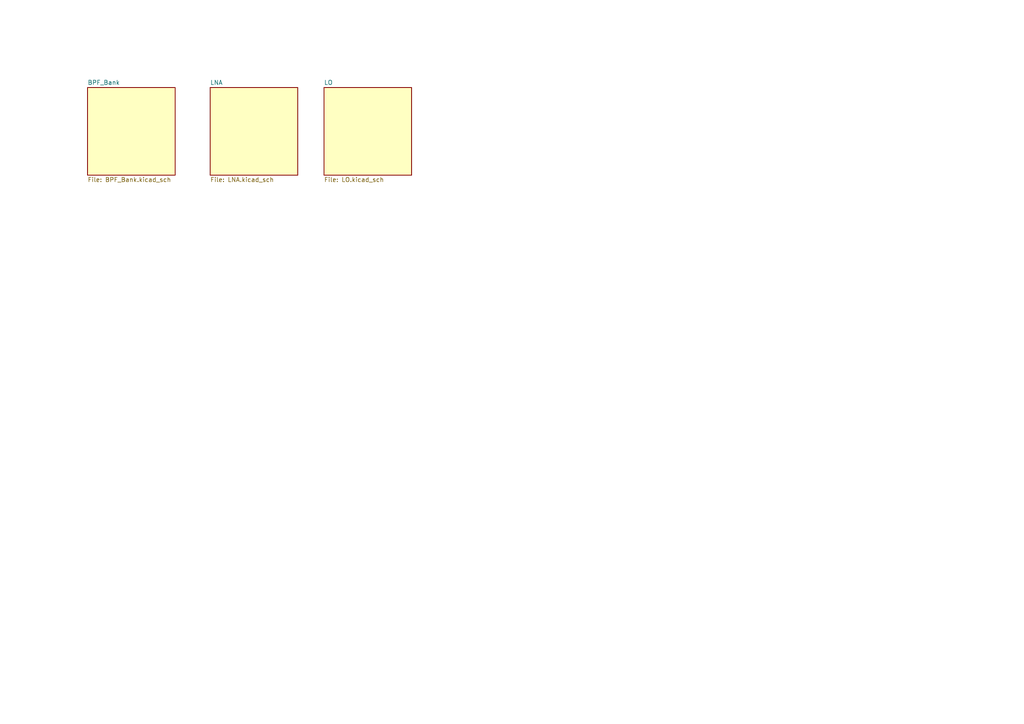
<source format=kicad_sch>
(kicad_sch
	(version 20250114)
	(generator "eeschema")
	(generator_version "9.0")
	(uuid "cba70ec0-0259-41bc-838f-16b2e1a21d4a")
	(paper "A4")
	(lib_symbols)
	(sheet
		(at 60.96 25.4)
		(size 25.4 25.4)
		(exclude_from_sim no)
		(in_bom yes)
		(on_board yes)
		(dnp no)
		(fields_autoplaced yes)
		(stroke
			(width 0.254)
			(type solid)
			(color 132 0 0 1)
		)
		(fill
			(color 255 255 194 1.0000)
		)
		(uuid "0462f0d2-c8ec-4492-8d07-fb4fa48df384")
		(property "Sheetname" "LNA"
			(at 60.96 24.6884 0)
			(effects
				(font
					(size 1.27 1.27)
				)
				(justify left bottom)
			)
		)
		(property "Sheetfile" "LNA.kicad_sch"
			(at 60.96 51.3846 0)
			(effects
				(font
					(size 1.27 1.27)
				)
				(justify left top)
			)
		)
		(instances
			(project "Hardware"
				(path "/cba70ec0-0259-41bc-838f-16b2e1a21d4a"
					(page "3")
				)
			)
		)
	)
	(sheet
		(at 93.98 25.4)
		(size 25.4 25.4)
		(exclude_from_sim no)
		(in_bom yes)
		(on_board yes)
		(dnp no)
		(fields_autoplaced yes)
		(stroke
			(width 0.254)
			(type solid)
			(color 132 0 0 1)
		)
		(fill
			(color 255 255 194 1.0000)
		)
		(uuid "aec78af5-c89c-41da-9ea1-7a4144ae4673")
		(property "Sheetname" "LO"
			(at 93.98 24.6884 0)
			(effects
				(font
					(size 1.27 1.27)
				)
				(justify left bottom)
			)
		)
		(property "Sheetfile" "LO.kicad_sch"
			(at 93.98 51.3846 0)
			(effects
				(font
					(size 1.27 1.27)
				)
				(justify left top)
			)
		)
		(instances
			(project "Hardware"
				(path "/cba70ec0-0259-41bc-838f-16b2e1a21d4a"
					(page "4")
				)
			)
		)
	)
	(sheet
		(at 25.4 25.4)
		(size 25.4 25.4)
		(exclude_from_sim no)
		(in_bom yes)
		(on_board yes)
		(dnp no)
		(fields_autoplaced yes)
		(stroke
			(width 0.254)
			(type solid)
			(color 132 0 0 1)
		)
		(fill
			(color 255 255 194 1.0000)
		)
		(uuid "e5225ab8-10e8-401f-b65e-52a185599ddd")
		(property "Sheetname" "BPF_Bank"
			(at 25.4 24.6884 0)
			(effects
				(font
					(size 1.27 1.27)
				)
				(justify left bottom)
			)
		)
		(property "Sheetfile" "BPF_Bank.kicad_sch"
			(at 25.4 51.3846 0)
			(effects
				(font
					(size 1.27 1.27)
				)
				(justify left top)
			)
		)
		(instances
			(project "Hardware"
				(path "/cba70ec0-0259-41bc-838f-16b2e1a21d4a"
					(page "2")
				)
			)
		)
	)
	(sheet_instances
		(path "/"
			(page "1")
		)
	)
	(embedded_fonts no)
)

</source>
